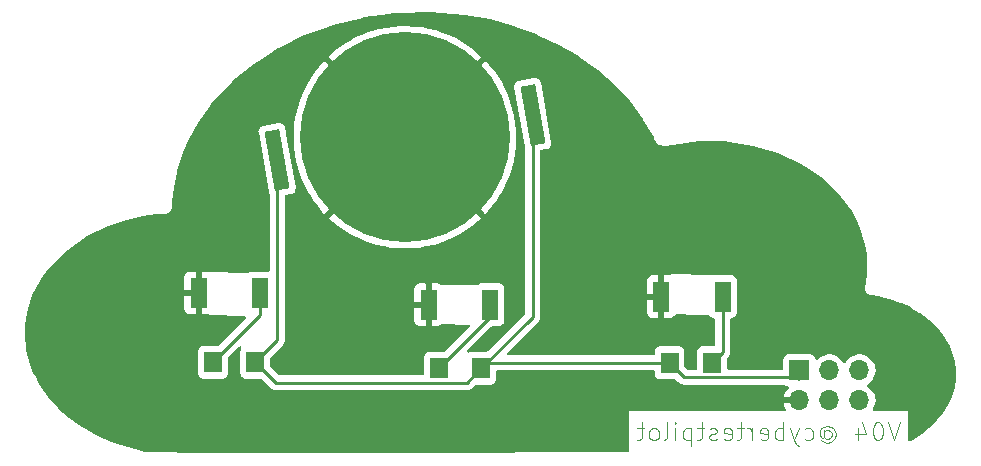
<source format=gbl>
%TF.GenerationSoftware,KiCad,Pcbnew,(6.0.4-0)*%
%TF.CreationDate,2022-07-01T13:05:59-04:00*%
%TF.ProjectId,sr-71,73722d37-312e-46b6-9963-61645f706362,rev?*%
%TF.SameCoordinates,Original*%
%TF.FileFunction,Copper,L2,Bot*%
%TF.FilePolarity,Positive*%
%FSLAX46Y46*%
G04 Gerber Fmt 4.6, Leading zero omitted, Abs format (unit mm)*
G04 Created by KiCad (PCBNEW (6.0.4-0)) date 2022-07-01 13:05:59*
%MOMM*%
%LPD*%
G01*
G04 APERTURE LIST*
G04 Aperture macros list*
%AMRotRect*
0 Rectangle, with rotation*
0 The origin of the aperture is its center*
0 $1 length*
0 $2 width*
0 $3 Rotation angle, in degrees counterclockwise*
0 Add horizontal line*
21,1,$1,$2,0,0,$3*%
G04 Aperture macros list end*
%ADD10C,0.100000*%
%TA.AperFunction,NonConductor*%
%ADD11C,0.100000*%
%TD*%
%TA.AperFunction,SMDPad,CuDef*%
%ADD12R,1.400000X2.600000*%
%TD*%
%TA.AperFunction,ComponentPad*%
%ADD13R,1.700000X1.700000*%
%TD*%
%TA.AperFunction,ComponentPad*%
%ADD14O,1.700000X1.700000*%
%TD*%
%TA.AperFunction,SMDPad,CuDef*%
%ADD15R,1.500000X1.800000*%
%TD*%
%TA.AperFunction,SMDPad,CuDef*%
%ADD16RotRect,1.270000X5.080000X10.000000*%
%TD*%
%TA.AperFunction,SMDPad,CuDef*%
%ADD17C,17.800000*%
%TD*%
%TA.AperFunction,Conductor*%
%ADD18C,0.250000*%
%TD*%
G04 APERTURE END LIST*
D10*
D11*
X191447142Y-116678971D02*
X190947142Y-118178971D01*
X190447142Y-116678971D01*
X189661428Y-116678971D02*
X189518571Y-116678971D01*
X189375714Y-116750400D01*
X189304285Y-116821828D01*
X189232857Y-116964685D01*
X189161428Y-117250400D01*
X189161428Y-117607542D01*
X189232857Y-117893257D01*
X189304285Y-118036114D01*
X189375714Y-118107542D01*
X189518571Y-118178971D01*
X189661428Y-118178971D01*
X189804285Y-118107542D01*
X189875714Y-118036114D01*
X189947142Y-117893257D01*
X190018571Y-117607542D01*
X190018571Y-117250400D01*
X189947142Y-116964685D01*
X189875714Y-116821828D01*
X189804285Y-116750400D01*
X189661428Y-116678971D01*
X187875714Y-117178971D02*
X187875714Y-118178971D01*
X188232857Y-116607542D02*
X188590000Y-117678971D01*
X187661428Y-117678971D01*
X185018571Y-117464685D02*
X185090000Y-117393257D01*
X185232857Y-117321828D01*
X185375714Y-117321828D01*
X185518571Y-117393257D01*
X185590000Y-117464685D01*
X185661428Y-117607542D01*
X185661428Y-117750400D01*
X185590000Y-117893257D01*
X185518571Y-117964685D01*
X185375714Y-118036114D01*
X185232857Y-118036114D01*
X185090000Y-117964685D01*
X185018571Y-117893257D01*
X185018571Y-117321828D02*
X185018571Y-117893257D01*
X184947142Y-117964685D01*
X184875714Y-117964685D01*
X184732857Y-117893257D01*
X184661428Y-117750400D01*
X184661428Y-117393257D01*
X184804285Y-117178971D01*
X185018571Y-117036114D01*
X185304285Y-116964685D01*
X185590000Y-117036114D01*
X185804285Y-117178971D01*
X185947142Y-117393257D01*
X186018571Y-117678971D01*
X185947142Y-117964685D01*
X185804285Y-118178971D01*
X185590000Y-118321828D01*
X185304285Y-118393257D01*
X185018571Y-118321828D01*
X184804285Y-118178971D01*
X183375714Y-118107542D02*
X183518571Y-118178971D01*
X183804285Y-118178971D01*
X183947142Y-118107542D01*
X184018571Y-118036114D01*
X184090000Y-117893257D01*
X184090000Y-117464685D01*
X184018571Y-117321828D01*
X183947142Y-117250400D01*
X183804285Y-117178971D01*
X183518571Y-117178971D01*
X183375714Y-117250400D01*
X182875714Y-117178971D02*
X182518571Y-118178971D01*
X182161428Y-117178971D02*
X182518571Y-118178971D01*
X182661428Y-118536114D01*
X182732857Y-118607542D01*
X182875714Y-118678971D01*
X181590000Y-118178971D02*
X181590000Y-116678971D01*
X181590000Y-117250400D02*
X181447142Y-117178971D01*
X181161428Y-117178971D01*
X181018571Y-117250400D01*
X180947142Y-117321828D01*
X180875714Y-117464685D01*
X180875714Y-117893257D01*
X180947142Y-118036114D01*
X181018571Y-118107542D01*
X181161428Y-118178971D01*
X181447142Y-118178971D01*
X181590000Y-118107542D01*
X179661428Y-118107542D02*
X179804285Y-118178971D01*
X180090000Y-118178971D01*
X180232857Y-118107542D01*
X180304285Y-117964685D01*
X180304285Y-117393257D01*
X180232857Y-117250400D01*
X180090000Y-117178971D01*
X179804285Y-117178971D01*
X179661428Y-117250400D01*
X179590000Y-117393257D01*
X179590000Y-117536114D01*
X180304285Y-117678971D01*
X178947142Y-118178971D02*
X178947142Y-117178971D01*
X178947142Y-117464685D02*
X178875714Y-117321828D01*
X178804285Y-117250400D01*
X178661428Y-117178971D01*
X178518571Y-117178971D01*
X178232857Y-117178971D02*
X177661428Y-117178971D01*
X178018571Y-116678971D02*
X178018571Y-117964685D01*
X177947142Y-118107542D01*
X177804285Y-118178971D01*
X177661428Y-118178971D01*
X176590000Y-118107542D02*
X176732857Y-118178971D01*
X177018571Y-118178971D01*
X177161428Y-118107542D01*
X177232857Y-117964685D01*
X177232857Y-117393257D01*
X177161428Y-117250400D01*
X177018571Y-117178971D01*
X176732857Y-117178971D01*
X176590000Y-117250400D01*
X176518571Y-117393257D01*
X176518571Y-117536114D01*
X177232857Y-117678971D01*
X175947142Y-118107542D02*
X175804285Y-118178971D01*
X175518571Y-118178971D01*
X175375714Y-118107542D01*
X175304285Y-117964685D01*
X175304285Y-117893257D01*
X175375714Y-117750400D01*
X175518571Y-117678971D01*
X175732857Y-117678971D01*
X175875714Y-117607542D01*
X175947142Y-117464685D01*
X175947142Y-117393257D01*
X175875714Y-117250400D01*
X175732857Y-117178971D01*
X175518571Y-117178971D01*
X175375714Y-117250400D01*
X174875714Y-117178971D02*
X174304285Y-117178971D01*
X174661428Y-116678971D02*
X174661428Y-117964685D01*
X174590000Y-118107542D01*
X174447142Y-118178971D01*
X174304285Y-118178971D01*
X173804285Y-117178971D02*
X173804285Y-118678971D01*
X173804285Y-117250400D02*
X173661428Y-117178971D01*
X173375714Y-117178971D01*
X173232857Y-117250400D01*
X173161428Y-117321828D01*
X173090000Y-117464685D01*
X173090000Y-117893257D01*
X173161428Y-118036114D01*
X173232857Y-118107542D01*
X173375714Y-118178971D01*
X173661428Y-118178971D01*
X173804285Y-118107542D01*
X172447142Y-118178971D02*
X172447142Y-117178971D01*
X172447142Y-116678971D02*
X172518571Y-116750400D01*
X172447142Y-116821828D01*
X172375714Y-116750400D01*
X172447142Y-116678971D01*
X172447142Y-116821828D01*
X171518571Y-118178971D02*
X171661428Y-118107542D01*
X171732857Y-117964685D01*
X171732857Y-116678971D01*
X170732857Y-118178971D02*
X170875714Y-118107542D01*
X170947142Y-118036114D01*
X171018571Y-117893257D01*
X171018571Y-117464685D01*
X170947142Y-117321828D01*
X170875714Y-117250400D01*
X170732857Y-117178971D01*
X170518571Y-117178971D01*
X170375714Y-117250400D01*
X170304285Y-117321828D01*
X170232857Y-117464685D01*
X170232857Y-117893257D01*
X170304285Y-118036114D01*
X170375714Y-118107542D01*
X170518571Y-118178971D01*
X170732857Y-118178971D01*
X169804285Y-117178971D02*
X169232857Y-117178971D01*
X169590000Y-116678971D02*
X169590000Y-117964685D01*
X169518571Y-118107542D01*
X169375714Y-118178971D01*
X169232857Y-118178971D01*
D12*
X132081062Y-105706146D03*
X137281062Y-105706146D03*
X151542405Y-106710104D03*
X156742405Y-106710104D03*
X171235431Y-106015056D03*
X176435431Y-106015056D03*
D13*
X182946152Y-112274285D03*
D14*
X182946152Y-114814285D03*
X185486152Y-112274285D03*
X185486152Y-114814285D03*
X188026152Y-112274285D03*
X188026152Y-114814285D03*
D15*
X133280077Y-111575440D03*
X136880077Y-111575440D03*
X152408744Y-112077419D03*
X156008744Y-112077419D03*
X175547314Y-111614054D03*
X171947314Y-111614054D03*
D16*
X138724387Y-94439725D03*
X160360613Y-90624675D03*
D17*
X149542500Y-92532200D03*
D18*
X133280077Y-111575440D02*
X137281062Y-107574455D01*
X137281062Y-107574455D02*
X137281062Y-105706146D01*
X156742405Y-107743758D02*
X156742405Y-106710104D01*
X152408744Y-112077419D02*
X156742405Y-107743758D01*
X173171825Y-112838565D02*
X182381872Y-112838565D01*
X182381872Y-112838565D02*
X182946152Y-112274285D01*
X154784233Y-113301930D02*
X138606567Y-113301930D01*
X156008744Y-112077419D02*
X154784233Y-113301930D01*
X156472109Y-111614054D02*
X156008744Y-112077419D01*
X171947314Y-111614054D02*
X156472109Y-111614054D01*
X160360613Y-90624675D02*
X160360613Y-107725550D01*
X171947314Y-111614054D02*
X173171825Y-112838565D01*
X183317950Y-112489130D02*
X182828540Y-112978540D01*
X160360613Y-107725550D02*
X156008744Y-112077419D01*
X138724387Y-109731130D02*
X136880077Y-111575440D01*
X138606567Y-113301930D02*
X136880077Y-111575440D01*
X183621905Y-112185176D02*
X182828540Y-112978540D01*
X183545728Y-112489130D02*
X183317950Y-112489130D01*
X138724387Y-94439725D02*
X138724387Y-109731130D01*
X175547314Y-111614054D02*
X176435431Y-110725937D01*
X176435431Y-110725937D02*
X176435431Y-106015056D01*
%TA.AperFunction,Conductor*%
G36*
X151658260Y-81957830D02*
G01*
X154639178Y-82160505D01*
X154653817Y-82162367D01*
X156754777Y-82555685D01*
X156764912Y-82558019D01*
X158794941Y-83114689D01*
X158805066Y-83117930D01*
X159395629Y-83334863D01*
X160739661Y-83828570D01*
X160749738Y-83832777D01*
X162575696Y-84689984D01*
X162585728Y-84695258D01*
X163339968Y-85136198D01*
X164289831Y-85691503D01*
X164299766Y-85697956D01*
X165869158Y-86825693D01*
X165878883Y-86833436D01*
X167300822Y-88085077D01*
X167310179Y-88094218D01*
X168570809Y-89460650D01*
X168580093Y-89471969D01*
X168595353Y-89492948D01*
X169703643Y-91016572D01*
X169710538Y-91027121D01*
X170596177Y-92542761D01*
X170596773Y-92543792D01*
X170666442Y-92665651D01*
X170800991Y-92900990D01*
X170811831Y-92919951D01*
X170818767Y-92934060D01*
X170831638Y-92964974D01*
X170874000Y-93017467D01*
X170875218Y-93019004D01*
X170916628Y-93072184D01*
X170920283Y-93074819D01*
X170923112Y-93078325D01*
X170930487Y-93083450D01*
X170978409Y-93116752D01*
X170980197Y-93118018D01*
X171034777Y-93157371D01*
X171039023Y-93158874D01*
X171042724Y-93161446D01*
X171106613Y-93182819D01*
X171108601Y-93183503D01*
X171172086Y-93205975D01*
X171209459Y-93208060D01*
X171223530Y-93209643D01*
X171390145Y-93237963D01*
X171406412Y-93241855D01*
X171435913Y-93251023D01*
X171444888Y-93251174D01*
X171505695Y-93252197D01*
X171506865Y-93252222D01*
X171567837Y-93253815D01*
X171567839Y-93253815D01*
X171576807Y-93254049D01*
X171610470Y-93245153D01*
X171625373Y-93242163D01*
X174438914Y-92852429D01*
X174452820Y-92851282D01*
X175497978Y-92823210D01*
X175508075Y-92823344D01*
X176169762Y-92858652D01*
X176627619Y-92883084D01*
X176639490Y-92884283D01*
X177531189Y-93017357D01*
X178975020Y-93232829D01*
X178992166Y-93236625D01*
X181134598Y-93870431D01*
X181151791Y-93876915D01*
X183082726Y-94770897D01*
X183099715Y-94780421D01*
X183714955Y-95190863D01*
X184788850Y-95907286D01*
X184805190Y-95920265D01*
X186223417Y-97252543D01*
X186238373Y-97269349D01*
X187367805Y-98793117D01*
X187377439Y-98808260D01*
X187810668Y-99610241D01*
X187816038Y-99621477D01*
X188172219Y-100472433D01*
X188176542Y-100484434D01*
X188445441Y-101368935D01*
X188448569Y-101381516D01*
X188464485Y-101463303D01*
X188597004Y-102144281D01*
X188624139Y-102283722D01*
X188626333Y-102302164D01*
X188658460Y-103021300D01*
X188684996Y-103615279D01*
X188684585Y-103632523D01*
X188654911Y-103952822D01*
X188561383Y-104962371D01*
X188559714Y-104974221D01*
X188517403Y-105197365D01*
X188517244Y-105197967D01*
X188516974Y-105198500D01*
X188516655Y-105200205D01*
X188516653Y-105200212D01*
X188510858Y-105231173D01*
X188500497Y-105286523D01*
X188497033Y-105304792D01*
X188497019Y-105305104D01*
X188490174Y-105341671D01*
X188491066Y-105350608D01*
X188492842Y-105368409D01*
X188493337Y-105386607D01*
X188492124Y-105413454D01*
X188494251Y-105422171D01*
X188494252Y-105422181D01*
X188498850Y-105441022D01*
X188501819Y-105458380D01*
X188503744Y-105477676D01*
X188503745Y-105477680D01*
X188504636Y-105486609D01*
X188507997Y-105494928D01*
X188507999Y-105494937D01*
X188514703Y-105511531D01*
X188520284Y-105528853D01*
X188526654Y-105554959D01*
X188531144Y-105562731D01*
X188531144Y-105562732D01*
X188540846Y-105579527D01*
X188548568Y-105595354D01*
X188559196Y-105621662D01*
X188564756Y-105628703D01*
X188564758Y-105628706D01*
X188575846Y-105642746D01*
X188586068Y-105657812D01*
X188599512Y-105681085D01*
X188606002Y-105687284D01*
X188620028Y-105700681D01*
X188631884Y-105713708D01*
X188649467Y-105735974D01*
X188671372Y-105751542D01*
X188685398Y-105763121D01*
X188704841Y-105781694D01*
X188730040Y-105794749D01*
X188745066Y-105803918D01*
X188768193Y-105820355D01*
X188776676Y-105823293D01*
X188776678Y-105823294D01*
X188793588Y-105829150D01*
X188810306Y-105836330D01*
X188834174Y-105848695D01*
X188868529Y-105855427D01*
X188871277Y-105856056D01*
X188873949Y-105856981D01*
X188878741Y-105857848D01*
X188878742Y-105857848D01*
X188891527Y-105860160D01*
X188905692Y-105862722D01*
X188907463Y-105863056D01*
X188977113Y-105876704D01*
X188980268Y-105876416D01*
X188983417Y-105876780D01*
X189137086Y-105904573D01*
X189596903Y-105987739D01*
X189603336Y-105989078D01*
X190566884Y-106216127D01*
X190579294Y-106219733D01*
X191491775Y-106536456D01*
X191503558Y-106541224D01*
X191593565Y-106583053D01*
X192367832Y-106942880D01*
X192379164Y-106948865D01*
X193094301Y-107374431D01*
X193181351Y-107426233D01*
X193192364Y-107433597D01*
X193509596Y-107670780D01*
X193918874Y-107976782D01*
X193929658Y-107985826D01*
X194567294Y-108584346D01*
X194577797Y-108595480D01*
X195114203Y-109238200D01*
X195124180Y-109251940D01*
X195283448Y-109505630D01*
X195548526Y-109927860D01*
X195549918Y-109930078D01*
X195558324Y-109945853D01*
X195610193Y-110062436D01*
X195893354Y-110698883D01*
X195899458Y-110715740D01*
X196113331Y-111470272D01*
X196117027Y-111488174D01*
X196215904Y-112238650D01*
X196216971Y-112256921D01*
X196213087Y-112526971D01*
X196206474Y-112986723D01*
X196206284Y-112999902D01*
X196204759Y-113017716D01*
X196203996Y-113022554D01*
X196089421Y-113749082D01*
X196085538Y-113766015D01*
X195868819Y-114480749D01*
X195862940Y-114496340D01*
X195548109Y-115188767D01*
X195540618Y-115202814D01*
X195130897Y-115866356D01*
X195122146Y-115878782D01*
X194621097Y-116506219D01*
X194611375Y-116517047D01*
X194022843Y-117100859D01*
X194012373Y-117110150D01*
X193914778Y-117187504D01*
X193340480Y-117642690D01*
X193329438Y-117650515D01*
X192844544Y-117956365D01*
X192578580Y-118124124D01*
X192567094Y-118130556D01*
X192330235Y-118247378D01*
X192260293Y-118259571D01*
X192194862Y-118232016D01*
X192154715Y-118173460D01*
X192148500Y-118134375D01*
X192148500Y-115709400D01*
X189300826Y-115709400D01*
X189232705Y-115689398D01*
X189186212Y-115635742D01*
X189176108Y-115565468D01*
X189192585Y-115519173D01*
X189194605Y-115516362D01*
X189293582Y-115316096D01*
X189358522Y-115102354D01*
X189387681Y-114880875D01*
X189388338Y-114853992D01*
X189389226Y-114817650D01*
X189389226Y-114817646D01*
X189389308Y-114814285D01*
X189371004Y-114591646D01*
X189316583Y-114374987D01*
X189227506Y-114170125D01*
X189124822Y-114011400D01*
X189108974Y-113986902D01*
X189108972Y-113986899D01*
X189106166Y-113982562D01*
X188955822Y-113817336D01*
X188951771Y-113814137D01*
X188951767Y-113814133D01*
X188784566Y-113682085D01*
X188784562Y-113682083D01*
X188780511Y-113678883D01*
X188739205Y-113656081D01*
X188689236Y-113605649D01*
X188674464Y-113536206D01*
X188699580Y-113469801D01*
X188726932Y-113443194D01*
X188779442Y-113405739D01*
X188906012Y-113315458D01*
X188929344Y-113292208D01*
X189060587Y-113161422D01*
X189064248Y-113157774D01*
X189194605Y-112976362D01*
X189215472Y-112934142D01*
X189291288Y-112780738D01*
X189291289Y-112780736D01*
X189293582Y-112776096D01*
X189358522Y-112562354D01*
X189387681Y-112340875D01*
X189387763Y-112337525D01*
X189389226Y-112277650D01*
X189389226Y-112277646D01*
X189389308Y-112274285D01*
X189371004Y-112051646D01*
X189316583Y-111834987D01*
X189227506Y-111630125D01*
X189129796Y-111479088D01*
X189108974Y-111446902D01*
X189108972Y-111446899D01*
X189106166Y-111442562D01*
X188955822Y-111277336D01*
X188951771Y-111274137D01*
X188951767Y-111274133D01*
X188784566Y-111142085D01*
X188784562Y-111142083D01*
X188780511Y-111138883D01*
X188584941Y-111030923D01*
X188580072Y-111029199D01*
X188580068Y-111029197D01*
X188379239Y-110958080D01*
X188379235Y-110958079D01*
X188374364Y-110956354D01*
X188369271Y-110955447D01*
X188369268Y-110955446D01*
X188159525Y-110918085D01*
X188159519Y-110918084D01*
X188154436Y-110917179D01*
X188080604Y-110916277D01*
X187936233Y-110914513D01*
X187936231Y-110914513D01*
X187931063Y-110914450D01*
X187710243Y-110948240D01*
X187497908Y-111017642D01*
X187299759Y-111120792D01*
X187295626Y-111123895D01*
X187295623Y-111123897D01*
X187125252Y-111251815D01*
X187121117Y-111254920D01*
X187117545Y-111258658D01*
X187009881Y-111371322D01*
X186966781Y-111416423D01*
X186859353Y-111573906D01*
X186804445Y-111618906D01*
X186733920Y-111627077D01*
X186670173Y-111595823D01*
X186649476Y-111571339D01*
X186568974Y-111446902D01*
X186568972Y-111446899D01*
X186566166Y-111442562D01*
X186415822Y-111277336D01*
X186411771Y-111274137D01*
X186411767Y-111274133D01*
X186244566Y-111142085D01*
X186244562Y-111142083D01*
X186240511Y-111138883D01*
X186044941Y-111030923D01*
X186040072Y-111029199D01*
X186040068Y-111029197D01*
X185839239Y-110958080D01*
X185839235Y-110958079D01*
X185834364Y-110956354D01*
X185829271Y-110955447D01*
X185829268Y-110955446D01*
X185619525Y-110918085D01*
X185619519Y-110918084D01*
X185614436Y-110917179D01*
X185540604Y-110916277D01*
X185396233Y-110914513D01*
X185396231Y-110914513D01*
X185391063Y-110914450D01*
X185170243Y-110948240D01*
X184957908Y-111017642D01*
X184759759Y-111120792D01*
X184755626Y-111123895D01*
X184755623Y-111123897D01*
X184585252Y-111251815D01*
X184581117Y-111254920D01*
X184524689Y-111313969D01*
X184500435Y-111339349D01*
X184438911Y-111374779D01*
X184367998Y-111371322D01*
X184310212Y-111330076D01*
X184291359Y-111296528D01*
X184249919Y-111185988D01*
X184246767Y-111177580D01*
X184159413Y-111061024D01*
X184042857Y-110973670D01*
X183906468Y-110922540D01*
X183844286Y-110915785D01*
X182048018Y-110915785D01*
X181985836Y-110922540D01*
X181849447Y-110973670D01*
X181732891Y-111061024D01*
X181645537Y-111177580D01*
X181594407Y-111313969D01*
X181587652Y-111376151D01*
X181587652Y-112079065D01*
X181567650Y-112147186D01*
X181513994Y-112193679D01*
X181461652Y-112205065D01*
X176931814Y-112205065D01*
X176863693Y-112185063D01*
X176817200Y-112131407D01*
X176805814Y-112079065D01*
X176805814Y-111306246D01*
X176825816Y-111238125D01*
X176843140Y-111218586D01*
X176842449Y-111217937D01*
X176881887Y-111175939D01*
X176889075Y-111168285D01*
X176891829Y-111165444D01*
X176911566Y-111145707D01*
X176914046Y-111142510D01*
X176921751Y-111133488D01*
X176928888Y-111125888D01*
X176952017Y-111101258D01*
X176955836Y-111094312D01*
X176955838Y-111094309D01*
X176961779Y-111083503D01*
X176972630Y-111066984D01*
X176977253Y-111061024D01*
X176985045Y-111050978D01*
X176988190Y-111043709D01*
X176988193Y-111043705D01*
X177002605Y-111010400D01*
X177007822Y-110999750D01*
X177029126Y-110960997D01*
X177034164Y-110941374D01*
X177040568Y-110922671D01*
X177045464Y-110911357D01*
X177045464Y-110911356D01*
X177048612Y-110904082D01*
X177049851Y-110896259D01*
X177049854Y-110896249D01*
X177055530Y-110860413D01*
X177057936Y-110848793D01*
X177066959Y-110813648D01*
X177066959Y-110813647D01*
X177068931Y-110805967D01*
X177068931Y-110785713D01*
X177070482Y-110766002D01*
X177072411Y-110753823D01*
X177073651Y-110745994D01*
X177069490Y-110701975D01*
X177068931Y-110690118D01*
X177068931Y-107948940D01*
X177088933Y-107880819D01*
X177142589Y-107834326D01*
X177183638Y-107824230D01*
X177183565Y-107823556D01*
X177245747Y-107816801D01*
X177382136Y-107765671D01*
X177498692Y-107678317D01*
X177586046Y-107561761D01*
X177637176Y-107425372D01*
X177643931Y-107363190D01*
X177643931Y-104666922D01*
X177637176Y-104604740D01*
X177586046Y-104468351D01*
X177498692Y-104351795D01*
X177382136Y-104264441D01*
X177245747Y-104213311D01*
X177183565Y-104206556D01*
X175687297Y-104206556D01*
X175683900Y-104206925D01*
X175632965Y-104212458D01*
X175632963Y-104212458D01*
X175625115Y-104213311D01*
X175616403Y-104216577D01*
X175607549Y-104219896D01*
X175536742Y-104225077D01*
X175524820Y-104218981D01*
X175503815Y-104213998D01*
X175503870Y-104211052D01*
X175490329Y-104210798D01*
X175490327Y-104210798D01*
X172131083Y-104147891D01*
X172131082Y-104147891D01*
X172112970Y-104147552D01*
X172113110Y-104155026D01*
X172102067Y-104167299D01*
X172041632Y-104204558D01*
X171994796Y-104208281D01*
X171986917Y-104207425D01*
X171980103Y-104207056D01*
X171507546Y-104207056D01*
X171492307Y-104211531D01*
X171491102Y-104212921D01*
X171489431Y-104220604D01*
X171489431Y-107804940D01*
X171493906Y-107820179D01*
X171495296Y-107821384D01*
X171502979Y-107823055D01*
X171980100Y-107823055D01*
X171986921Y-107822685D01*
X172037783Y-107817161D01*
X172053035Y-107813535D01*
X172173485Y-107768380D01*
X172189080Y-107759842D01*
X172291155Y-107683341D01*
X172303712Y-107670784D01*
X172369442Y-107583080D01*
X172426302Y-107540565D01*
X172473206Y-107532680D01*
X174294266Y-107575194D01*
X175251521Y-107597543D01*
X175319156Y-107619130D01*
X175349407Y-107647945D01*
X175366785Y-107671133D01*
X175366789Y-107671137D01*
X175372170Y-107678317D01*
X175379350Y-107683698D01*
X175379353Y-107683701D01*
X175405192Y-107703066D01*
X175488726Y-107765671D01*
X175625115Y-107816801D01*
X175687297Y-107823556D01*
X175687173Y-107824695D01*
X175749665Y-107846767D01*
X175793199Y-107902850D01*
X175801931Y-107948940D01*
X175801931Y-110079554D01*
X175781929Y-110147675D01*
X175728273Y-110194168D01*
X175675931Y-110205554D01*
X174749180Y-110205554D01*
X174686998Y-110212309D01*
X174550609Y-110263439D01*
X174434053Y-110350793D01*
X174346699Y-110467349D01*
X174295569Y-110603738D01*
X174288814Y-110665920D01*
X174288814Y-112079065D01*
X174268812Y-112147186D01*
X174215156Y-112193679D01*
X174162814Y-112205065D01*
X173486419Y-112205065D01*
X173418298Y-112185063D01*
X173397324Y-112168160D01*
X173242719Y-112013555D01*
X173208693Y-111951243D01*
X173205814Y-111924460D01*
X173205814Y-110665920D01*
X173199059Y-110603738D01*
X173147929Y-110467349D01*
X173060575Y-110350793D01*
X172944019Y-110263439D01*
X172807630Y-110212309D01*
X172745448Y-110205554D01*
X171149180Y-110205554D01*
X171086998Y-110212309D01*
X170950609Y-110263439D01*
X170834053Y-110350793D01*
X170746699Y-110467349D01*
X170695569Y-110603738D01*
X170688814Y-110665920D01*
X170688814Y-110854554D01*
X170668812Y-110922675D01*
X170615156Y-110969168D01*
X170562814Y-110980554D01*
X158305703Y-110980554D01*
X158237582Y-110960552D01*
X158191089Y-110906896D01*
X158180985Y-110836622D01*
X158210479Y-110772042D01*
X158216608Y-110765459D01*
X160752860Y-108229207D01*
X160761150Y-108221663D01*
X160767631Y-108217550D01*
X160814272Y-108167882D01*
X160817026Y-108165041D01*
X160836747Y-108145320D01*
X160839225Y-108142125D01*
X160846931Y-108133103D01*
X160871771Y-108106651D01*
X160877199Y-108100871D01*
X160886959Y-108083118D01*
X160897812Y-108066595D01*
X160901691Y-108061594D01*
X160910226Y-108050591D01*
X160927789Y-108010007D01*
X160932996Y-107999377D01*
X160954308Y-107960610D01*
X160956279Y-107952933D01*
X160956281Y-107952928D01*
X160959345Y-107940992D01*
X160965751Y-107922280D01*
X160966069Y-107921547D01*
X160973794Y-107903695D01*
X160975034Y-107895867D01*
X160975036Y-107895860D01*
X160980712Y-107860026D01*
X160983118Y-107848406D01*
X160992141Y-107813261D01*
X160992141Y-107813260D01*
X160994113Y-107805580D01*
X160994113Y-107785326D01*
X160995664Y-107765615D01*
X160996201Y-107762228D01*
X160998833Y-107745607D01*
X160994672Y-107701588D01*
X160994113Y-107689731D01*
X160994113Y-107359725D01*
X170027432Y-107359725D01*
X170027802Y-107366546D01*
X170033326Y-107417408D01*
X170036952Y-107432660D01*
X170082107Y-107553110D01*
X170090645Y-107568705D01*
X170167146Y-107670780D01*
X170179707Y-107683341D01*
X170281782Y-107759842D01*
X170297377Y-107768380D01*
X170417825Y-107813534D01*
X170433080Y-107817161D01*
X170483945Y-107822687D01*
X170490759Y-107823056D01*
X170963316Y-107823056D01*
X170978555Y-107818581D01*
X170979760Y-107817191D01*
X170981431Y-107809508D01*
X170981431Y-106287171D01*
X170976956Y-106271932D01*
X170975566Y-106270727D01*
X170967883Y-106269056D01*
X170045547Y-106269056D01*
X170030308Y-106273531D01*
X170029103Y-106274921D01*
X170027432Y-106282604D01*
X170027432Y-107359725D01*
X160994113Y-107359725D01*
X160994113Y-105742941D01*
X170027431Y-105742941D01*
X170031906Y-105758180D01*
X170033296Y-105759385D01*
X170040979Y-105761056D01*
X170963316Y-105761056D01*
X170978555Y-105756581D01*
X170979760Y-105755191D01*
X170981431Y-105747508D01*
X170981431Y-104225172D01*
X170976956Y-104209933D01*
X170975566Y-104208728D01*
X170967883Y-104207057D01*
X170490762Y-104207057D01*
X170483941Y-104207427D01*
X170433079Y-104212951D01*
X170417827Y-104216577D01*
X170297377Y-104261732D01*
X170281782Y-104270270D01*
X170179707Y-104346771D01*
X170167146Y-104359332D01*
X170090645Y-104461407D01*
X170082107Y-104477002D01*
X170036953Y-104597450D01*
X170033326Y-104612705D01*
X170027800Y-104663570D01*
X170027431Y-104670384D01*
X170027431Y-105742941D01*
X160994113Y-105742941D01*
X160994113Y-93714226D01*
X161014115Y-93646105D01*
X161067771Y-93599612D01*
X161098233Y-93590140D01*
X161314978Y-93551922D01*
X161562735Y-93508236D01*
X161586861Y-93501227D01*
X161615211Y-93492991D01*
X161615215Y-93492989D01*
X161622799Y-93490786D01*
X161629601Y-93486771D01*
X161629604Y-93486770D01*
X161740511Y-93421310D01*
X161740513Y-93421309D01*
X161748238Y-93416749D01*
X161754372Y-93410205D01*
X161754375Y-93410203D01*
X161841714Y-93317033D01*
X161847854Y-93310483D01*
X161851907Y-93302477D01*
X161851909Y-93302474D01*
X161883855Y-93239368D01*
X161913641Y-93180529D01*
X161940311Y-93037333D01*
X161936165Y-92974923D01*
X161037316Y-87877294D01*
X161030307Y-87853168D01*
X161022071Y-87824818D01*
X161022069Y-87824814D01*
X161019866Y-87817230D01*
X161011096Y-87802370D01*
X160950392Y-87699522D01*
X160945829Y-87691791D01*
X160839562Y-87592175D01*
X160831560Y-87588124D01*
X160831557Y-87588122D01*
X160773389Y-87558676D01*
X160709608Y-87526388D01*
X160566412Y-87499718D01*
X160558537Y-87500241D01*
X160558534Y-87500241D01*
X160526232Y-87502387D01*
X160504002Y-87503864D01*
X159158491Y-87741114D01*
X159134365Y-87748123D01*
X159106015Y-87756359D01*
X159106011Y-87756361D01*
X159098427Y-87758564D01*
X159091625Y-87762579D01*
X159091622Y-87762580D01*
X158980715Y-87828040D01*
X158980713Y-87828041D01*
X158972988Y-87832601D01*
X158966854Y-87839145D01*
X158966851Y-87839147D01*
X158924334Y-87884503D01*
X158873372Y-87938867D01*
X158869319Y-87946873D01*
X158869317Y-87946876D01*
X158840478Y-88003844D01*
X158807585Y-88068821D01*
X158780915Y-88212017D01*
X158785061Y-88274427D01*
X159683910Y-93372056D01*
X159684863Y-93375335D01*
X159699155Y-93424532D01*
X159699157Y-93424536D01*
X159701360Y-93432120D01*
X159705374Y-93438921D01*
X159705375Y-93438923D01*
X159709623Y-93446120D01*
X159727113Y-93510164D01*
X159727113Y-107410955D01*
X159707111Y-107479076D01*
X159690208Y-107500050D01*
X156558244Y-110632014D01*
X156495932Y-110666040D01*
X156469149Y-110668919D01*
X155210610Y-110668919D01*
X155148428Y-110675674D01*
X155012039Y-110726804D01*
X155003336Y-110733327D01*
X155003278Y-110733370D01*
X155001449Y-110734053D01*
X154996984Y-110736498D01*
X154996631Y-110735853D01*
X154936772Y-110758218D01*
X154867389Y-110743165D01*
X154817159Y-110692991D01*
X154802029Y-110623625D01*
X154826803Y-110557091D01*
X154838618Y-110543449D01*
X156826558Y-108555509D01*
X156888870Y-108521483D01*
X156915653Y-108518604D01*
X157490539Y-108518604D01*
X157552721Y-108511849D01*
X157689110Y-108460719D01*
X157805666Y-108373365D01*
X157893020Y-108256809D01*
X157905710Y-108222959D01*
X157941377Y-108127818D01*
X157941378Y-108127815D01*
X157944150Y-108120420D01*
X157950905Y-108058238D01*
X157950905Y-105361970D01*
X157944150Y-105299788D01*
X157893020Y-105163399D01*
X157805666Y-105046843D01*
X157689110Y-104959489D01*
X157552721Y-104908359D01*
X157490539Y-104901604D01*
X155994271Y-104901604D01*
X155932089Y-104908359D01*
X155795700Y-104959489D01*
X155739753Y-105001419D01*
X155711198Y-105022820D01*
X155644692Y-105047668D01*
X155634652Y-105047990D01*
X152615788Y-105024312D01*
X152615828Y-105019239D01*
X152577855Y-105018165D01*
X152541192Y-104999148D01*
X152496049Y-104965315D01*
X152480459Y-104956780D01*
X152360011Y-104911626D01*
X152344756Y-104907999D01*
X152293891Y-104902473D01*
X152287077Y-104902104D01*
X151814520Y-104902104D01*
X151799281Y-104906579D01*
X151798076Y-104907969D01*
X151796405Y-104915652D01*
X151796405Y-108499988D01*
X151800880Y-108515227D01*
X151802270Y-108516432D01*
X151809953Y-108518103D01*
X152287074Y-108518103D01*
X152293895Y-108517733D01*
X152344757Y-108512209D01*
X152360009Y-108508583D01*
X152480459Y-108463428D01*
X152496054Y-108454890D01*
X152598126Y-108378392D01*
X152617042Y-108359476D01*
X152618786Y-108361220D01*
X152665080Y-108326596D01*
X152713070Y-108318737D01*
X154901654Y-108388492D01*
X154969103Y-108410654D01*
X155013863Y-108465763D01*
X155021723Y-108536324D01*
X154986735Y-108603523D01*
X152958244Y-110632014D01*
X152895932Y-110666040D01*
X152869149Y-110668919D01*
X151610610Y-110668919D01*
X151548428Y-110675674D01*
X151412039Y-110726804D01*
X151295483Y-110814158D01*
X151208129Y-110930714D01*
X151156999Y-111067103D01*
X151150244Y-111129285D01*
X151150244Y-112542430D01*
X151130242Y-112610551D01*
X151076586Y-112657044D01*
X151024244Y-112668430D01*
X138921162Y-112668430D01*
X138853041Y-112648428D01*
X138832066Y-112631525D01*
X138175481Y-111974939D01*
X138141456Y-111912627D01*
X138138577Y-111885844D01*
X138138577Y-111265034D01*
X138158579Y-111196913D01*
X138175482Y-111175939D01*
X139116634Y-110234787D01*
X139124924Y-110227243D01*
X139131405Y-110223130D01*
X139178046Y-110173462D01*
X139180800Y-110170621D01*
X139200521Y-110150900D01*
X139202999Y-110147705D01*
X139210705Y-110138683D01*
X139235545Y-110112231D01*
X139240973Y-110106451D01*
X139250733Y-110088698D01*
X139261586Y-110072175D01*
X139269140Y-110062436D01*
X139274000Y-110056171D01*
X139291563Y-110015587D01*
X139296770Y-110004957D01*
X139318082Y-109966190D01*
X139320053Y-109958513D01*
X139320055Y-109958508D01*
X139323119Y-109946572D01*
X139329525Y-109927860D01*
X139334420Y-109916549D01*
X139337568Y-109909275D01*
X139338808Y-109901447D01*
X139338810Y-109901440D01*
X139344486Y-109865606D01*
X139346892Y-109853986D01*
X139355915Y-109818841D01*
X139355915Y-109818840D01*
X139357887Y-109811160D01*
X139357887Y-109790906D01*
X139359438Y-109771195D01*
X139361367Y-109759016D01*
X139362607Y-109751187D01*
X139358446Y-109707168D01*
X139357887Y-109695311D01*
X139357887Y-108054773D01*
X150334406Y-108054773D01*
X150334776Y-108061594D01*
X150340300Y-108112456D01*
X150343926Y-108127708D01*
X150389081Y-108248158D01*
X150397619Y-108263753D01*
X150474120Y-108365828D01*
X150486681Y-108378389D01*
X150588756Y-108454890D01*
X150604351Y-108463428D01*
X150724799Y-108508582D01*
X150740054Y-108512209D01*
X150790919Y-108517735D01*
X150797733Y-108518104D01*
X151270290Y-108518104D01*
X151285529Y-108513629D01*
X151286734Y-108512239D01*
X151288405Y-108504556D01*
X151288405Y-106982219D01*
X151283930Y-106966980D01*
X151282540Y-106965775D01*
X151274857Y-106964104D01*
X150352521Y-106964104D01*
X150337282Y-106968579D01*
X150336077Y-106969969D01*
X150334406Y-106977652D01*
X150334406Y-108054773D01*
X139357887Y-108054773D01*
X139357887Y-106437989D01*
X150334405Y-106437989D01*
X150338880Y-106453228D01*
X150340270Y-106454433D01*
X150347953Y-106456104D01*
X151270290Y-106456104D01*
X151285529Y-106451629D01*
X151286734Y-106450239D01*
X151288405Y-106442556D01*
X151288405Y-104920220D01*
X151283930Y-104904981D01*
X151282540Y-104903776D01*
X151274857Y-104902105D01*
X150797736Y-104902105D01*
X150790915Y-104902475D01*
X150740053Y-104907999D01*
X150724801Y-104911625D01*
X150604351Y-104956780D01*
X150588756Y-104965318D01*
X150486681Y-105041819D01*
X150474120Y-105054380D01*
X150397619Y-105156455D01*
X150389081Y-105172050D01*
X150343927Y-105292498D01*
X150340300Y-105307753D01*
X150334774Y-105358618D01*
X150334405Y-105365432D01*
X150334405Y-106437989D01*
X139357887Y-106437989D01*
X139357887Y-99364087D01*
X143076153Y-99364087D01*
X143076177Y-99364426D01*
X143082000Y-99373058D01*
X143415215Y-99677860D01*
X143418346Y-99680544D01*
X143889114Y-100058375D01*
X143892397Y-100060840D01*
X144386588Y-100407519D01*
X144390015Y-100409762D01*
X144905560Y-100723835D01*
X144909095Y-100725835D01*
X145443868Y-101006002D01*
X145447506Y-101007761D01*
X145999212Y-101252819D01*
X146003002Y-101254358D01*
X146569372Y-101463303D01*
X146573237Y-101464589D01*
X147151915Y-101636550D01*
X147155856Y-101637584D01*
X147744417Y-101771842D01*
X147748412Y-101772619D01*
X148344430Y-101868619D01*
X148348469Y-101869136D01*
X148949418Y-101926472D01*
X148953487Y-101926728D01*
X149556884Y-101945164D01*
X149560970Y-101945156D01*
X150164312Y-101924614D01*
X150168356Y-101924345D01*
X150769122Y-101864910D01*
X150773158Y-101864379D01*
X151368821Y-101766302D01*
X151372824Y-101765509D01*
X151960925Y-101629195D01*
X151964845Y-101628152D01*
X152542942Y-101454164D01*
X152546775Y-101452874D01*
X153112414Y-101241953D01*
X153116207Y-101240397D01*
X153667044Y-100993419D01*
X153670705Y-100991633D01*
X154204487Y-100709606D01*
X154207993Y-100707606D01*
X154722463Y-100391721D01*
X154725860Y-100389480D01*
X155218867Y-100041058D01*
X155222091Y-100038620D01*
X155691600Y-99659097D01*
X155694667Y-99656450D01*
X156000354Y-99374863D01*
X156008532Y-99361246D01*
X156008518Y-99360787D01*
X156003173Y-99352083D01*
X149555312Y-92904222D01*
X149541368Y-92896608D01*
X149539535Y-92896739D01*
X149532920Y-92900990D01*
X143083767Y-99350143D01*
X143076153Y-99364087D01*
X139357887Y-99364087D01*
X139357887Y-97529276D01*
X139377889Y-97461155D01*
X139431545Y-97414662D01*
X139462007Y-97405190D01*
X139833579Y-97339672D01*
X139926509Y-97323286D01*
X139950635Y-97316277D01*
X139978985Y-97308041D01*
X139978989Y-97308039D01*
X139986573Y-97305836D01*
X139993375Y-97301821D01*
X139993378Y-97301820D01*
X140104285Y-97236360D01*
X140104287Y-97236359D01*
X140112012Y-97231799D01*
X140118146Y-97225255D01*
X140118149Y-97225253D01*
X140205488Y-97132083D01*
X140211628Y-97125533D01*
X140215681Y-97117527D01*
X140215683Y-97117524D01*
X140244522Y-97060556D01*
X140277415Y-96995579D01*
X140304085Y-96852383D01*
X140301897Y-96819439D01*
X140301097Y-96807402D01*
X140299939Y-96789973D01*
X139586475Y-92743714D01*
X140131903Y-92743714D01*
X140131995Y-92747788D01*
X140165167Y-93350568D01*
X140165522Y-93354620D01*
X140237528Y-93954022D01*
X140238138Y-93958012D01*
X140348673Y-94551517D01*
X140349545Y-94555482D01*
X140498147Y-95140605D01*
X140499272Y-95144503D01*
X140685327Y-95718824D01*
X140686703Y-95722645D01*
X140909423Y-96283741D01*
X140911054Y-96287492D01*
X141169515Y-96833039D01*
X141171373Y-96836653D01*
X141464519Y-97364417D01*
X141466594Y-97367884D01*
X141793183Y-97875624D01*
X141795499Y-97878981D01*
X142154153Y-98364559D01*
X142156684Y-98367764D01*
X142545934Y-98829195D01*
X142548661Y-98832224D01*
X142700055Y-98989821D01*
X142713840Y-98997711D01*
X142715004Y-98997651D01*
X142722637Y-98992853D01*
X149170478Y-92545012D01*
X149176856Y-92533332D01*
X149906908Y-92533332D01*
X149907039Y-92535165D01*
X149911290Y-92541780D01*
X156359462Y-98989952D01*
X156373406Y-98997566D01*
X156374450Y-98997492D01*
X156382143Y-98992418D01*
X156558287Y-98807773D01*
X156561010Y-98804727D01*
X156948652Y-98341934D01*
X156951146Y-98338754D01*
X157308121Y-97851901D01*
X157310421Y-97848541D01*
X157635232Y-97339672D01*
X157637303Y-97336184D01*
X157928604Y-96807402D01*
X157930440Y-96803800D01*
X158187012Y-96257320D01*
X158188614Y-96253601D01*
X158409384Y-95691702D01*
X158410741Y-95687892D01*
X158594793Y-95112914D01*
X158595899Y-95109032D01*
X158742466Y-94523365D01*
X158743318Y-94519421D01*
X158851781Y-93925535D01*
X158852382Y-93921510D01*
X158922290Y-93321898D01*
X158922632Y-93317821D01*
X158953738Y-92714212D01*
X158953818Y-92711595D01*
X158955527Y-92533537D01*
X158955497Y-92530861D01*
X158935986Y-91926788D01*
X158935723Y-91922730D01*
X158877336Y-91321862D01*
X158876816Y-91317852D01*
X158779775Y-90721996D01*
X158778987Y-90717983D01*
X158643706Y-90129674D01*
X158642660Y-90125718D01*
X158469695Y-89547363D01*
X158468397Y-89543482D01*
X158258459Y-88977462D01*
X158256933Y-88973724D01*
X158010905Y-88422431D01*
X158009125Y-88418766D01*
X157728037Y-87884503D01*
X157726028Y-87880968D01*
X157411050Y-87365962D01*
X157408822Y-87362571D01*
X157061248Y-86868939D01*
X157058822Y-86865720D01*
X156680119Y-86395549D01*
X156677475Y-86392476D01*
X156385313Y-86074194D01*
X156371709Y-86065992D01*
X156371310Y-86066004D01*
X156362517Y-86071393D01*
X149914522Y-92519388D01*
X149906908Y-92533332D01*
X149176856Y-92533332D01*
X149178092Y-92531068D01*
X149177961Y-92529235D01*
X149173710Y-92522620D01*
X142723306Y-86072216D01*
X142709362Y-86064602D01*
X142707557Y-86064731D01*
X142700904Y-86069010D01*
X142670883Y-86099085D01*
X142668121Y-86102035D01*
X142270060Y-86555937D01*
X142267495Y-86559060D01*
X141899560Y-87037697D01*
X141897197Y-87040985D01*
X141560913Y-87542372D01*
X141558771Y-87545801D01*
X141255552Y-88067830D01*
X141253626Y-88071408D01*
X140984732Y-88611906D01*
X140983035Y-88615615D01*
X140749578Y-89172346D01*
X140748138Y-89176116D01*
X140551086Y-89746779D01*
X140549890Y-89750643D01*
X140390086Y-90332791D01*
X140389129Y-90336778D01*
X140267229Y-90928006D01*
X140266533Y-90932035D01*
X140183039Y-91529913D01*
X140182607Y-91533957D01*
X140137867Y-92136002D01*
X140137697Y-92140060D01*
X140131903Y-92743714D01*
X139586475Y-92743714D01*
X139401090Y-91692344D01*
X139394081Y-91668218D01*
X139385845Y-91639868D01*
X139385843Y-91639864D01*
X139383640Y-91632280D01*
X139351385Y-91577630D01*
X139314166Y-91514572D01*
X139309603Y-91506841D01*
X139203336Y-91407225D01*
X139195334Y-91403174D01*
X139195331Y-91403172D01*
X139137163Y-91373726D01*
X139073382Y-91341438D01*
X138930186Y-91314768D01*
X138922311Y-91315291D01*
X138922308Y-91315291D01*
X138890006Y-91317437D01*
X138867776Y-91318914D01*
X137522265Y-91556164D01*
X137498139Y-91563173D01*
X137469789Y-91571409D01*
X137469785Y-91571411D01*
X137462201Y-91573614D01*
X137455399Y-91577629D01*
X137455396Y-91577630D01*
X137344489Y-91643090D01*
X137344487Y-91643091D01*
X137336762Y-91647651D01*
X137330628Y-91654195D01*
X137330625Y-91654197D01*
X137291718Y-91695702D01*
X137237146Y-91753917D01*
X137233093Y-91761923D01*
X137233091Y-91761926D01*
X137211546Y-91804487D01*
X137171359Y-91883871D01*
X137144689Y-92027067D01*
X137148835Y-92089477D01*
X138047684Y-97187106D01*
X138048637Y-97190385D01*
X138062929Y-97239582D01*
X138062931Y-97239586D01*
X138065134Y-97247170D01*
X138069148Y-97253971D01*
X138069149Y-97253973D01*
X138073397Y-97261170D01*
X138090887Y-97325214D01*
X138090887Y-103771646D01*
X138070885Y-103839767D01*
X138017229Y-103886260D01*
X137964887Y-103897646D01*
X136532928Y-103897646D01*
X136470746Y-103904401D01*
X136334357Y-103955531D01*
X136327174Y-103960914D01*
X136327171Y-103960916D01*
X136271982Y-104002278D01*
X136205476Y-104027125D01*
X136194041Y-104027429D01*
X133077896Y-103968634D01*
X133027774Y-103955307D01*
X133027524Y-103955974D01*
X133020790Y-103953450D01*
X133019765Y-103953177D01*
X133019118Y-103952823D01*
X132898668Y-103907668D01*
X132883413Y-103904041D01*
X132832548Y-103898515D01*
X132825734Y-103898146D01*
X132353177Y-103898146D01*
X132337938Y-103902621D01*
X132336733Y-103904011D01*
X132335062Y-103911694D01*
X132335062Y-107496030D01*
X132339537Y-107511269D01*
X132340927Y-107512474D01*
X132348610Y-107514145D01*
X132825731Y-107514145D01*
X132832552Y-107513775D01*
X132885597Y-107508014D01*
X132955479Y-107520543D01*
X132985281Y-107548229D01*
X132985655Y-107547813D01*
X133008779Y-107568574D01*
X133008660Y-107575326D01*
X135975728Y-107684409D01*
X136043067Y-107706900D01*
X136087557Y-107762228D01*
X136095072Y-107832826D01*
X136060193Y-107899419D01*
X133829577Y-110130035D01*
X133767265Y-110164061D01*
X133740482Y-110166940D01*
X132481943Y-110166940D01*
X132419761Y-110173695D01*
X132283372Y-110224825D01*
X132166816Y-110312179D01*
X132079462Y-110428735D01*
X132028332Y-110565124D01*
X132021577Y-110627306D01*
X132021577Y-112523574D01*
X132028332Y-112585756D01*
X132079462Y-112722145D01*
X132166816Y-112838701D01*
X132283372Y-112926055D01*
X132419761Y-112977185D01*
X132481943Y-112983940D01*
X134078211Y-112983940D01*
X134140393Y-112977185D01*
X134276782Y-112926055D01*
X134393338Y-112838701D01*
X134480692Y-112722145D01*
X134531822Y-112585756D01*
X134538577Y-112523574D01*
X134538577Y-111265034D01*
X134558579Y-111196913D01*
X134575482Y-111175939D01*
X135496107Y-110255314D01*
X135558419Y-110221288D01*
X135629234Y-110226353D01*
X135686070Y-110268900D01*
X135710881Y-110335420D01*
X135695790Y-110404794D01*
X135686028Y-110419974D01*
X135679462Y-110428735D01*
X135628332Y-110565124D01*
X135621577Y-110627306D01*
X135621577Y-112523574D01*
X135628332Y-112585756D01*
X135679462Y-112722145D01*
X135766816Y-112838701D01*
X135883372Y-112926055D01*
X136019761Y-112977185D01*
X136081943Y-112983940D01*
X137340483Y-112983940D01*
X137408604Y-113003942D01*
X137429578Y-113020845D01*
X138102910Y-113694177D01*
X138110454Y-113702467D01*
X138114567Y-113708948D01*
X138120344Y-113714373D01*
X138164234Y-113755588D01*
X138167076Y-113758343D01*
X138186798Y-113778065D01*
X138189922Y-113780488D01*
X138189926Y-113780492D01*
X138189991Y-113780542D01*
X138199012Y-113788247D01*
X138231246Y-113818516D01*
X138238194Y-113822335D01*
X138238196Y-113822337D01*
X138248999Y-113828276D01*
X138265526Y-113839132D01*
X138275265Y-113846687D01*
X138275267Y-113846688D01*
X138281527Y-113851544D01*
X138322107Y-113869104D01*
X138332755Y-113874321D01*
X138357543Y-113887948D01*
X138371507Y-113895625D01*
X138379183Y-113897596D01*
X138379186Y-113897597D01*
X138391129Y-113900663D01*
X138409834Y-113907067D01*
X138428422Y-113915111D01*
X138436245Y-113916350D01*
X138436255Y-113916353D01*
X138472091Y-113922029D01*
X138483711Y-113924435D01*
X138515526Y-113932603D01*
X138526537Y-113935430D01*
X138546791Y-113935430D01*
X138566501Y-113936981D01*
X138586510Y-113940150D01*
X138594402Y-113939404D01*
X138613147Y-113937632D01*
X138630529Y-113935989D01*
X138642386Y-113935430D01*
X154705466Y-113935430D01*
X154716649Y-113935957D01*
X154724142Y-113937632D01*
X154732068Y-113937383D01*
X154732069Y-113937383D01*
X154792219Y-113935492D01*
X154796178Y-113935430D01*
X154824089Y-113935430D01*
X154828024Y-113934933D01*
X154828089Y-113934925D01*
X154839926Y-113933992D01*
X154872184Y-113932978D01*
X154876203Y-113932852D01*
X154884122Y-113932603D01*
X154903576Y-113926951D01*
X154922933Y-113922943D01*
X154935163Y-113921398D01*
X154935164Y-113921398D01*
X154943030Y-113920404D01*
X154950401Y-113917485D01*
X154950403Y-113917485D01*
X154984145Y-113904126D01*
X154995375Y-113900281D01*
X155030216Y-113890159D01*
X155030217Y-113890159D01*
X155037826Y-113887948D01*
X155044645Y-113883915D01*
X155044650Y-113883913D01*
X155055261Y-113877637D01*
X155073009Y-113868942D01*
X155091850Y-113861482D01*
X155127620Y-113835494D01*
X155137540Y-113828978D01*
X155168768Y-113810510D01*
X155168771Y-113810508D01*
X155175595Y-113806472D01*
X155189916Y-113792151D01*
X155204950Y-113779310D01*
X155206664Y-113778065D01*
X155221340Y-113767402D01*
X155249531Y-113733325D01*
X155257521Y-113724546D01*
X155459243Y-113522824D01*
X155521555Y-113488798D01*
X155548338Y-113485919D01*
X156806878Y-113485919D01*
X156869060Y-113479164D01*
X157005449Y-113428034D01*
X157122005Y-113340680D01*
X157209359Y-113224124D01*
X157260489Y-113087735D01*
X157267244Y-113025553D01*
X157267244Y-112373554D01*
X157287246Y-112305433D01*
X157340902Y-112258940D01*
X157393244Y-112247554D01*
X170562814Y-112247554D01*
X170630935Y-112267556D01*
X170677428Y-112321212D01*
X170688814Y-112373554D01*
X170688814Y-112562188D01*
X170695569Y-112624370D01*
X170746699Y-112760759D01*
X170834053Y-112877315D01*
X170950609Y-112964669D01*
X171086998Y-113015799D01*
X171149180Y-113022554D01*
X172407719Y-113022554D01*
X172475840Y-113042556D01*
X172496814Y-113059459D01*
X172668173Y-113230818D01*
X172675713Y-113239104D01*
X172679825Y-113245583D01*
X172685602Y-113251008D01*
X172729476Y-113292208D01*
X172732318Y-113294963D01*
X172752055Y-113314700D01*
X172755252Y-113317180D01*
X172764272Y-113324883D01*
X172796504Y-113355151D01*
X172803450Y-113358970D01*
X172803453Y-113358972D01*
X172814259Y-113364913D01*
X172830778Y-113375764D01*
X172846784Y-113388179D01*
X172854053Y-113391324D01*
X172854057Y-113391327D01*
X172887362Y-113405739D01*
X172898012Y-113410956D01*
X172936765Y-113432260D01*
X172944440Y-113434231D01*
X172944441Y-113434231D01*
X172956387Y-113437298D01*
X172975091Y-113443702D01*
X172980245Y-113445932D01*
X172993680Y-113451746D01*
X173001503Y-113452985D01*
X173001513Y-113452988D01*
X173037349Y-113458664D01*
X173048969Y-113461070D01*
X173082977Y-113469801D01*
X173091795Y-113472065D01*
X173112049Y-113472065D01*
X173131759Y-113473616D01*
X173151768Y-113476785D01*
X173159660Y-113476039D01*
X173195786Y-113472624D01*
X173207644Y-113472065D01*
X181670259Y-113472065D01*
X181738380Y-113492067D01*
X181745824Y-113497239D01*
X181826420Y-113557642D01*
X181849447Y-113574900D01*
X181857856Y-113578052D01*
X181857857Y-113578053D01*
X181967112Y-113619011D01*
X182023877Y-113661652D01*
X182048577Y-113728214D01*
X182033370Y-113797563D01*
X182013977Y-113824044D01*
X181890742Y-113953002D01*
X181884256Y-113961012D01*
X181764250Y-114136934D01*
X181759152Y-114145908D01*
X181669490Y-114339068D01*
X181665927Y-114348755D01*
X181610541Y-114548468D01*
X181612064Y-114556892D01*
X181624444Y-114560285D01*
X183074152Y-114560285D01*
X183142273Y-114580287D01*
X183188766Y-114633943D01*
X183200152Y-114686285D01*
X183200152Y-114942285D01*
X183180150Y-115010406D01*
X183126494Y-115056899D01*
X183074152Y-115068285D01*
X181629377Y-115068285D01*
X181615846Y-115072258D01*
X181614409Y-115082251D01*
X181644717Y-115216731D01*
X181647797Y-115226560D01*
X181727922Y-115423888D01*
X181732565Y-115433079D01*
X181784338Y-115517565D01*
X181802876Y-115586099D01*
X181781420Y-115653775D01*
X181726781Y-115699108D01*
X181676905Y-115709400D01*
X168531500Y-115709400D01*
X168531500Y-119069599D01*
X168511498Y-119137720D01*
X168457842Y-119184213D01*
X168406165Y-119195597D01*
X149148282Y-119297137D01*
X149124411Y-119294982D01*
X149112218Y-119292697D01*
X149069901Y-119296910D01*
X149057421Y-119297530D01*
X140912862Y-119297348D01*
X140567919Y-119297340D01*
X140567269Y-119297338D01*
X132954228Y-119257874D01*
X132952152Y-119257846D01*
X127606548Y-119142046D01*
X127577189Y-119137922D01*
X127039011Y-118996191D01*
X126105328Y-118750302D01*
X126099045Y-118748470D01*
X124687179Y-118296482D01*
X124675976Y-118292299D01*
X123385162Y-117739270D01*
X123373606Y-117733604D01*
X122390319Y-117187504D01*
X122195642Y-117079384D01*
X122184025Y-117072077D01*
X121120963Y-116319618D01*
X121109661Y-116310602D01*
X120627870Y-115878782D01*
X120163163Y-115462273D01*
X120152634Y-115451641D01*
X119324226Y-114509023D01*
X119314875Y-114496983D01*
X119314435Y-114496340D01*
X118604059Y-113457587D01*
X118596982Y-113445932D01*
X118595789Y-113443702D01*
X118274799Y-112844082D01*
X118072656Y-112466471D01*
X118066337Y-112452746D01*
X117704976Y-111525234D01*
X117699777Y-111508554D01*
X117475487Y-110562325D01*
X117472770Y-110546337D01*
X117431187Y-110147711D01*
X117364251Y-109506033D01*
X117363582Y-109491336D01*
X117363669Y-109484656D01*
X117374062Y-108680910D01*
X117376888Y-108462397D01*
X117378123Y-108446348D01*
X117520282Y-107443108D01*
X117523544Y-107427385D01*
X117627071Y-107050815D01*
X130873063Y-107050815D01*
X130873433Y-107057636D01*
X130878957Y-107108498D01*
X130882583Y-107123750D01*
X130927738Y-107244200D01*
X130936276Y-107259795D01*
X131012777Y-107361870D01*
X131025338Y-107374431D01*
X131127413Y-107450932D01*
X131143008Y-107459470D01*
X131263456Y-107504624D01*
X131278711Y-107508251D01*
X131329576Y-107513777D01*
X131336390Y-107514146D01*
X131808947Y-107514146D01*
X131824186Y-107509671D01*
X131825391Y-107508281D01*
X131827062Y-107500598D01*
X131827062Y-105978261D01*
X131822587Y-105963022D01*
X131821197Y-105961817D01*
X131813514Y-105960146D01*
X130891178Y-105960146D01*
X130875939Y-105964621D01*
X130874734Y-105966011D01*
X130873063Y-105973694D01*
X130873063Y-107050815D01*
X117627071Y-107050815D01*
X117792205Y-106450159D01*
X117797330Y-106435241D01*
X118079128Y-105756581D01*
X118190819Y-105487594D01*
X118197523Y-105473866D01*
X118209814Y-105452146D01*
X118220065Y-105434031D01*
X130873062Y-105434031D01*
X130877537Y-105449270D01*
X130878927Y-105450475D01*
X130886610Y-105452146D01*
X131808947Y-105452146D01*
X131824186Y-105447671D01*
X131825391Y-105446281D01*
X131827062Y-105438598D01*
X131827062Y-103916262D01*
X131822587Y-103901023D01*
X131821197Y-103899818D01*
X131813514Y-103898147D01*
X131336393Y-103898147D01*
X131329572Y-103898517D01*
X131278710Y-103904041D01*
X131263458Y-103907667D01*
X131143008Y-103952822D01*
X131127413Y-103961360D01*
X131025338Y-104037861D01*
X131012777Y-104050422D01*
X130936276Y-104152497D01*
X130927738Y-104168092D01*
X130882584Y-104288540D01*
X130878957Y-104303795D01*
X130873431Y-104354660D01*
X130873062Y-104361474D01*
X130873062Y-105434031D01*
X118220065Y-105434031D01*
X118654139Y-104666922D01*
X118714655Y-104559976D01*
X118722593Y-104547675D01*
X119362343Y-103672428D01*
X119371155Y-103661672D01*
X120132472Y-102830556D01*
X120141827Y-102821355D01*
X121018824Y-102044368D01*
X121030438Y-102035236D01*
X122633131Y-100920594D01*
X122650027Y-100910696D01*
X124369523Y-100075583D01*
X124387362Y-100068542D01*
X126014420Y-99565664D01*
X126668699Y-99363444D01*
X126681917Y-99360131D01*
X127038742Y-99290948D01*
X127831258Y-99137291D01*
X127841599Y-99135728D01*
X128494518Y-99064619D01*
X128915573Y-99018762D01*
X128922063Y-99018225D01*
X129234913Y-99000493D01*
X129260095Y-99001603D01*
X129260177Y-99001603D01*
X129269062Y-99002898D01*
X129277952Y-99001647D01*
X129277953Y-99001647D01*
X129315525Y-98996360D01*
X129325953Y-98995333D01*
X129331078Y-98995043D01*
X129331085Y-98995042D01*
X129335551Y-98994789D01*
X129352419Y-98991390D01*
X129359726Y-98990141D01*
X129382049Y-98986999D01*
X129404409Y-98983853D01*
X129404410Y-98983853D01*
X129413298Y-98982602D01*
X129421478Y-98978907D01*
X129427504Y-98977161D01*
X129433383Y-98975074D01*
X129442180Y-98973301D01*
X129450127Y-98969130D01*
X129450129Y-98969129D01*
X129490062Y-98948168D01*
X129496753Y-98944904D01*
X129537866Y-98926333D01*
X129546042Y-98922640D01*
X129552851Y-98916802D01*
X129558124Y-98913448D01*
X129563210Y-98909774D01*
X129571151Y-98905606D01*
X129610065Y-98868035D01*
X129615528Y-98863063D01*
X129656620Y-98827832D01*
X129661521Y-98820310D01*
X129665634Y-98815619D01*
X129669479Y-98810673D01*
X129675939Y-98804436D01*
X129702750Y-98757444D01*
X129706612Y-98751117D01*
X129731243Y-98713320D01*
X129731243Y-98713319D01*
X129736144Y-98705799D01*
X129738736Y-98697208D01*
X129741375Y-98691535D01*
X129743674Y-98685714D01*
X129748121Y-98677920D01*
X129760659Y-98625315D01*
X129762598Y-98618130D01*
X129767068Y-98603314D01*
X129768475Y-98598652D01*
X129769146Y-98593840D01*
X129769150Y-98593823D01*
X129769708Y-98589821D01*
X129771932Y-98578018D01*
X129772322Y-98576381D01*
X129781891Y-98536232D01*
X129781438Y-98527264D01*
X129781242Y-98523382D01*
X129782289Y-98499618D01*
X129834509Y-98125236D01*
X129834702Y-98124138D01*
X129835046Y-98122975D01*
X129840058Y-98085471D01*
X129840154Y-98084764D01*
X129844491Y-98053671D01*
X129844941Y-98050446D01*
X129844937Y-98049236D01*
X129845049Y-98048121D01*
X130009233Y-96819439D01*
X130010358Y-96812499D01*
X130273345Y-95435035D01*
X130276693Y-95421571D01*
X130699766Y-94048115D01*
X130704216Y-94035937D01*
X130869845Y-93646105D01*
X131281591Y-92676997D01*
X131287097Y-92665651D01*
X132005168Y-91357166D01*
X132013203Y-91344400D01*
X132886350Y-90125718D01*
X133334792Y-89499812D01*
X133345506Y-89486797D01*
X134546698Y-88212017D01*
X134922469Y-87813225D01*
X134934073Y-87802370D01*
X136748444Y-86308196D01*
X136760561Y-86299373D01*
X137694321Y-85701008D01*
X143074590Y-85701008D01*
X143074725Y-85702870D01*
X143078953Y-85709443D01*
X149529688Y-92160178D01*
X149543632Y-92167792D01*
X149545465Y-92167661D01*
X149552080Y-92163410D01*
X156000303Y-85715187D01*
X156007917Y-85701243D01*
X156007839Y-85700141D01*
X156002826Y-85692525D01*
X155830307Y-85527375D01*
X155827277Y-85524656D01*
X155365150Y-85136198D01*
X155361978Y-85133702D01*
X154875749Y-84775877D01*
X154872391Y-84773569D01*
X154364101Y-84447879D01*
X154360583Y-84445782D01*
X153832345Y-84153577D01*
X153828720Y-84151722D01*
X153282725Y-83894214D01*
X153278957Y-83892584D01*
X152717488Y-83670849D01*
X152713659Y-83669478D01*
X152139002Y-83484422D01*
X152135127Y-83483311D01*
X151549729Y-83335726D01*
X151545768Y-83334863D01*
X150952088Y-83225367D01*
X150948066Y-83224758D01*
X150348529Y-83153798D01*
X150344527Y-83153455D01*
X149741636Y-83121331D01*
X149737619Y-83121247D01*
X149133942Y-83128096D01*
X149129880Y-83128273D01*
X148527916Y-83174064D01*
X148523889Y-83174501D01*
X147926160Y-83259039D01*
X147922123Y-83259743D01*
X147331087Y-83382678D01*
X147327139Y-83383634D01*
X146745265Y-83544454D01*
X146741373Y-83545667D01*
X146171079Y-83743706D01*
X146167296Y-83745159D01*
X145610981Y-83979584D01*
X145607282Y-83981285D01*
X145067258Y-84251120D01*
X145063656Y-84253068D01*
X144542193Y-84557175D01*
X144538729Y-84559348D01*
X144037952Y-84896492D01*
X144034661Y-84898865D01*
X143556695Y-85267614D01*
X143553540Y-85270213D01*
X143100348Y-85669054D01*
X143097400Y-85671822D01*
X143082190Y-85687059D01*
X143074590Y-85701008D01*
X137694321Y-85701008D01*
X138789537Y-84999180D01*
X138801928Y-84992194D01*
X138886363Y-84950683D01*
X141022167Y-83900639D01*
X141034684Y-83895304D01*
X142575661Y-83334863D01*
X143422392Y-83026914D01*
X143434987Y-83023066D01*
X145966086Y-82392261D01*
X145978713Y-82389791D01*
X147581566Y-82160505D01*
X148621551Y-82011737D01*
X148637175Y-82010486D01*
X149036956Y-82003457D01*
X151647498Y-81957559D01*
X151658260Y-81957830D01*
G37*
%TD.AperFunction*%
M02*

</source>
